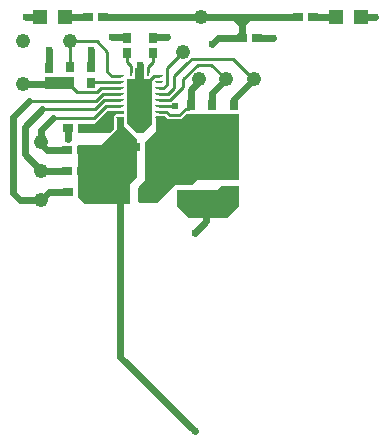
<source format=gtl>
G04*
G04 #@! TF.GenerationSoftware,Altium Limited,Altium Designer,24.8.2 (39)*
G04*
G04 Layer_Physical_Order=1*
G04 Layer_Color=255*
%FSLAX23Y23*%
%MOIN*%
G70*
G04*
G04 #@! TF.SameCoordinates,0D03BC48-351D-4F96-96CD-3B8D4E6E46E2*
G04*
G04*
G04 #@! TF.FilePolarity,Positive*
G04*
G01*
G75*
%ADD19R,0.028X0.035*%
G04:AMPARAMS|DCode=20|XSize=9mil|YSize=24mil|CornerRadius=2mil|HoleSize=0mil|Usage=FLASHONLY|Rotation=180.000|XOffset=0mil|YOffset=0mil|HoleType=Round|Shape=RoundedRectangle|*
%AMROUNDEDRECTD20*
21,1,0.009,0.020,0,0,180.0*
21,1,0.005,0.024,0,0,180.0*
1,1,0.004,-0.003,0.010*
1,1,0.004,0.003,0.010*
1,1,0.004,0.003,-0.010*
1,1,0.004,-0.003,-0.010*
%
%ADD20ROUNDEDRECTD20*%
G04:AMPARAMS|DCode=21|XSize=24mil|YSize=9mil|CornerRadius=2mil|HoleSize=0mil|Usage=FLASHONLY|Rotation=180.000|XOffset=0mil|YOffset=0mil|HoleType=Round|Shape=RoundedRectangle|*
%AMROUNDEDRECTD21*
21,1,0.024,0.005,0,0,180.0*
21,1,0.020,0.009,0,0,180.0*
1,1,0.004,-0.010,0.003*
1,1,0.004,0.010,0.003*
1,1,0.004,0.010,-0.003*
1,1,0.004,-0.010,-0.003*
%
%ADD21ROUNDEDRECTD21*%
%ADD22R,0.035X0.028*%
%ADD23R,0.040X0.030*%
%ADD24R,0.050X0.060*%
%ADD25R,0.030X0.040*%
%ADD26R,0.060X0.050*%
%ADD27R,0.047X0.047*%
G04:AMPARAMS|DCode=40|XSize=81mil|YSize=120mil|CornerRadius=2mil|HoleSize=0mil|Usage=FLASHONLY|Rotation=180.000|XOffset=0mil|YOffset=0mil|HoleType=Round|Shape=RoundedRectangle|*
%AMROUNDEDRECTD40*
21,1,0.081,0.116,0,0,180.0*
21,1,0.077,0.120,0,0,180.0*
1,1,0.004,-0.038,0.058*
1,1,0.004,0.038,0.058*
1,1,0.004,0.038,-0.058*
1,1,0.004,-0.038,-0.058*
%
%ADD40ROUNDEDRECTD40*%
%ADD41C,0.049*%
%ADD42C,0.024*%
%ADD43C,0.010*%
%ADD44C,0.024*%
G36*
X1880Y3061D02*
X1860Y3041D01*
Y2992D01*
X1831D01*
Y3012D01*
X1841Y3022D01*
Y3041D01*
X1821Y3061D01*
Y3081D01*
X1880D01*
Y3061D01*
D02*
G37*
G36*
X1523Y2902D02*
X1523Y2902D01*
X1523Y2902D01*
X1523Y2902D01*
X1523Y2902D01*
X1523Y2902D01*
X1523Y2902D01*
X1523Y2902D01*
X1523Y2901D01*
X1523Y2901D01*
X1524Y2901D01*
X1524Y2901D01*
X1524Y2901D01*
X1524Y2901D01*
X1524Y2901D01*
X1524Y2901D01*
X1524Y2901D01*
X1524Y2901D01*
X1524Y2901D01*
X1524Y2901D01*
X1524Y2901D01*
X1524Y2901D01*
X1524Y2900D01*
X1524Y2900D01*
X1524Y2900D01*
X1524Y2900D01*
X1524Y2900D01*
X1524Y2900D01*
X1524Y2900D01*
X1524Y2900D01*
X1524Y2865D01*
X1548D01*
X1548Y2865D01*
X1548Y2865D01*
X1548Y2865D01*
X1548Y2865D01*
X1549Y2865D01*
X1549Y2865D01*
X1549Y2865D01*
X1549Y2865D01*
X1549Y2865D01*
X1549Y2865D01*
X1549Y2865D01*
X1549Y2865D01*
X1549Y2865D01*
X1549Y2865D01*
X1549Y2865D01*
X1549Y2865D01*
X1550Y2865D01*
X1550Y2864D01*
X1550Y2864D01*
X1550Y2864D01*
X1550Y2864D01*
X1550Y2864D01*
X1550Y2864D01*
X1550Y2864D01*
X1550Y2864D01*
X1550Y2864D01*
X1550Y2864D01*
X1550Y2864D01*
X1550Y2863D01*
X1550Y2863D01*
Y2780D01*
Y2715D01*
X1520Y2685D01*
X1500D01*
X1469Y2716D01*
Y2747D01*
Y2863D01*
X1469Y2863D01*
X1469Y2864D01*
X1469Y2864D01*
X1469Y2864D01*
X1469Y2864D01*
X1469Y2864D01*
X1469Y2864D01*
X1469Y2864D01*
X1470Y2864D01*
X1470Y2864D01*
X1470Y2864D01*
X1470Y2864D01*
X1470Y2865D01*
X1470Y2865D01*
X1470Y2865D01*
X1470Y2865D01*
X1470Y2865D01*
X1470Y2865D01*
X1470Y2865D01*
X1470Y2865D01*
X1470Y2865D01*
X1470Y2865D01*
X1471Y2865D01*
X1471Y2865D01*
X1471Y2865D01*
X1471Y2865D01*
X1471Y2865D01*
X1471Y2865D01*
X1471Y2865D01*
X1471Y2865D01*
X1495D01*
Y2900D01*
X1495Y2900D01*
X1495Y2900D01*
X1495Y2900D01*
X1495Y2900D01*
X1495Y2900D01*
X1495Y2900D01*
X1495Y2900D01*
X1495Y2901D01*
X1495Y2901D01*
X1495Y2901D01*
X1495Y2901D01*
X1495Y2901D01*
X1495Y2901D01*
X1495Y2901D01*
X1495Y2901D01*
X1496Y2901D01*
X1496Y2901D01*
X1496Y2901D01*
X1496Y2901D01*
X1496Y2901D01*
X1496Y2901D01*
X1496Y2902D01*
X1496Y2902D01*
X1496Y2902D01*
X1496Y2902D01*
X1496Y2902D01*
X1497Y2902D01*
X1497Y2902D01*
X1497Y2902D01*
X1497Y2902D01*
X1501D01*
X1501Y2902D01*
X1501Y2902D01*
X1501Y2902D01*
X1501Y2902D01*
X1501Y2902D01*
X1501Y2902D01*
X1501Y2902D01*
X1502Y2902D01*
X1502Y2901D01*
X1502Y2901D01*
X1502Y2901D01*
X1502Y2901D01*
X1502Y2901D01*
X1502Y2901D01*
X1502Y2901D01*
X1502Y2901D01*
X1502Y2901D01*
X1502Y2901D01*
X1502Y2901D01*
X1502Y2901D01*
X1503Y2901D01*
X1503Y2901D01*
X1503Y2900D01*
X1503Y2900D01*
X1503Y2900D01*
X1503Y2900D01*
X1503Y2900D01*
X1503Y2900D01*
X1503Y2900D01*
X1503Y2900D01*
X1503Y2881D01*
X1517D01*
X1517Y2900D01*
X1517Y2900D01*
X1517Y2900D01*
X1517Y2900D01*
X1517Y2900D01*
X1517Y2900D01*
X1517Y2900D01*
X1517Y2900D01*
X1517Y2901D01*
X1517Y2901D01*
X1517Y2901D01*
X1517Y2901D01*
X1517Y2901D01*
X1517Y2901D01*
X1517Y2901D01*
X1517Y2901D01*
X1517Y2901D01*
X1517Y2901D01*
X1517Y2901D01*
X1517Y2901D01*
X1518Y2901D01*
X1518Y2901D01*
X1518Y2902D01*
X1518Y2902D01*
X1518Y2902D01*
X1518Y2902D01*
X1518Y2902D01*
X1518Y2902D01*
X1518Y2902D01*
X1518Y2902D01*
X1519Y2902D01*
X1522D01*
X1523Y2902D01*
D02*
G37*
G36*
X1291Y2831D02*
X1193D01*
Y2871D01*
X1291D01*
Y2831D01*
D02*
G37*
G36*
X1841Y2608D02*
Y2530D01*
X1703D01*
X1685Y2512D01*
X1630D01*
X1569Y2451D01*
X1506D01*
X1506Y2506D01*
X1528Y2528D01*
Y2608D01*
Y2657D01*
X1563Y2693D01*
Y2741D01*
X1565Y2743D01*
X1574D01*
X1575Y2743D01*
X1593D01*
X1601Y2735D01*
X1605Y2732D01*
X1610Y2731D01*
X1642D01*
X1647Y2732D01*
X1651Y2735D01*
X1664Y2748D01*
X1841D01*
Y2608D01*
D02*
G37*
G36*
X1457Y2751D02*
X1455Y2749D01*
X1435D01*
X1431Y2748D01*
X1428Y2746D01*
X1428Y2746D01*
X1427Y2746D01*
X1426Y2743D01*
X1425Y2743D01*
X1425Y2743D01*
X1425Y2739D01*
Y2734D01*
X1425Y2732D01*
Y2700D01*
X1410Y2685D01*
X1303D01*
Y2717D01*
X1358D01*
X1402Y2760D01*
X1457D01*
Y2751D01*
D02*
G37*
G36*
Y2709D02*
X1500Y2665D01*
Y2539D01*
X1476Y2516D01*
Y2449D01*
X1327D01*
X1303Y2472D01*
Y2646D01*
X1382D01*
X1433Y2697D01*
Y2740D01*
X1457D01*
Y2709D01*
D02*
G37*
G36*
X1841Y2441D02*
X1801Y2402D01*
X1673D01*
X1634Y2441D01*
Y2496D01*
X1768D01*
X1781Y2510D01*
X1841D01*
Y2441D01*
D02*
G37*
D19*
X1555Y2951D02*
D03*
Y3002D02*
D03*
X1467Y2951D02*
D03*
Y3002D02*
D03*
X1752Y2780D02*
D03*
Y2728D02*
D03*
X1823Y2780D02*
D03*
Y2728D02*
D03*
X1654Y2531D02*
D03*
Y2480D02*
D03*
X1681Y2778D02*
D03*
Y2727D02*
D03*
X1348Y2852D02*
D03*
Y2904D02*
D03*
X1277Y2852D02*
D03*
Y2904D02*
D03*
X1206Y2901D02*
D03*
Y2849D02*
D03*
D20*
X1539Y2721D02*
D03*
X1480D02*
D03*
X1539Y2890D02*
D03*
X1480D02*
D03*
D21*
X1575Y2795D02*
D03*
Y2815D02*
D03*
X1575Y2835D02*
D03*
Y2854D02*
D03*
Y2874D02*
D03*
Y2776D02*
D03*
Y2756D02*
D03*
Y2736D02*
D03*
X1445Y2795D02*
D03*
Y2815D02*
D03*
X1445Y2835D02*
D03*
Y2854D02*
D03*
Y2874D02*
D03*
Y2776D02*
D03*
Y2756D02*
D03*
Y2736D02*
D03*
D22*
X1850Y3002D02*
D03*
X1902D02*
D03*
X1268Y2559D02*
D03*
X1319D02*
D03*
X1268Y2630D02*
D03*
X1319D02*
D03*
X1270Y2488D02*
D03*
X1321D02*
D03*
X1270Y2701D02*
D03*
X1321D02*
D03*
X1337Y3072D02*
D03*
X1388D02*
D03*
X2087Y3071D02*
D03*
X2036D02*
D03*
X1546Y2638D02*
D03*
X1495D02*
D03*
D23*
X1732Y2480D02*
D03*
Y2544D02*
D03*
D24*
X1811Y2480D02*
D03*
Y2570D02*
D03*
D25*
X1486Y2559D02*
D03*
X1550D02*
D03*
D26*
X1445Y2480D02*
D03*
X1535D02*
D03*
D27*
X1179Y3071D02*
D03*
X1262D02*
D03*
X2246D02*
D03*
X2163D02*
D03*
D40*
X1510Y2805D02*
D03*
D41*
X1707Y2864D02*
D03*
X1890D02*
D03*
X1798D02*
D03*
X1122Y2849D02*
D03*
X1713Y3071D02*
D03*
X1722Y2628D02*
D03*
X1409Y2567D02*
D03*
X1654Y2956D02*
D03*
X1181Y2657D02*
D03*
Y2461D02*
D03*
X1181Y2559D02*
D03*
X1277Y2991D02*
D03*
X1122Y2992D02*
D03*
D42*
X1270Y2667D02*
Y2701D01*
X1445Y1940D02*
X1693Y1693D01*
X1417Y3004D02*
X1465D01*
X1467Y3002D01*
X1557Y3004D02*
X1602D01*
X1555Y3002D02*
X1557Y3004D01*
X1510Y2805D02*
Y2913D01*
X1902Y3002D02*
X1955D01*
X1445Y1940D02*
Y2480D01*
X1732Y2392D02*
Y2480D01*
X1693Y2352D02*
X1732Y2392D01*
X1132Y3071D02*
X1179D01*
X2246D02*
X2293D01*
X1752Y2982D02*
X1772Y3002D01*
X1850D01*
X1823Y2780D02*
X1825Y2781D01*
Y2799D01*
X1885Y2859D01*
X1681Y2778D02*
Y2830D01*
X1702Y2851D01*
Y2859D01*
X1707Y2864D01*
X1752Y2780D02*
Y2818D01*
X1798Y2864D01*
X1087Y2486D02*
X1112Y2461D01*
X1087Y2486D02*
Y2740D01*
X1140Y2793D01*
X1126Y2614D02*
Y2705D01*
X1185Y2764D01*
X1182Y2658D02*
Y2697D01*
X1221Y2736D01*
X1336Y3071D02*
X1337Y3072D01*
X1262Y3071D02*
X1336D01*
X1262Y3071D02*
X1262Y3071D01*
X1389Y3071D02*
X1713D01*
X1388Y3072D02*
X1389Y3071D01*
X1713D02*
X1850D01*
X2036D01*
X1850Y3002D02*
Y3071D01*
X2087D02*
X2163D01*
X1126Y2614D02*
X1181Y2559D01*
X1112Y2461D02*
X1181D01*
Y2650D02*
Y2657D01*
Y2650D02*
X1201Y2630D01*
X1268D01*
X1209Y2488D02*
X1270D01*
X1181Y2461D02*
X1209Y2488D01*
X1181Y2559D02*
X1268D01*
X1122Y2849D02*
X1206D01*
X1122Y2849D02*
X1122Y2849D01*
X1206D02*
X1206Y2849D01*
X1348Y2901D02*
Y2961D01*
X1206Y2901D02*
Y2961D01*
X1206Y2901D02*
X1206Y2901D01*
D43*
X1467Y2923D02*
X1480Y2910D01*
Y2890D02*
Y2910D01*
X1467Y2923D02*
Y2951D01*
X1555Y2923D02*
Y2951D01*
X1539Y2890D02*
Y2907D01*
X1555Y2923D01*
X1535Y2844D02*
Y2851D01*
X1574Y2874D02*
X1575Y2874D01*
X1559Y2874D02*
X1574D01*
X1535Y2851D02*
X1559Y2874D01*
X1703Y2913D02*
X1749D01*
X1798Y2864D01*
X1654Y2864D02*
X1703Y2913D01*
X1624Y2874D02*
X1668Y2918D01*
X1669D02*
X1684Y2933D01*
X1821D02*
X1885Y2869D01*
X1684Y2933D02*
X1821D01*
X1668Y2918D02*
X1669D01*
X1611Y2795D02*
X1654Y2838D01*
Y2864D01*
X1624Y2835D02*
Y2874D01*
X1604Y2815D02*
X1624Y2835D01*
X1600Y2845D02*
Y2902D01*
X1589Y2835D02*
X1600Y2845D01*
Y2902D02*
X1654Y2956D01*
X1885Y2859D02*
Y2869D01*
X1575Y2835D02*
X1589D01*
X1575Y2795D02*
X1611D01*
X1575Y2815D02*
X1604D01*
X1575Y2775D02*
X1575Y2776D01*
X1626D01*
X1626Y2776D01*
X1575Y2835D02*
X1575Y2835D01*
X1185Y2764D02*
X1360D01*
X1391Y2795D01*
X1358Y2736D02*
X1397Y2775D01*
X1221Y2736D02*
X1358D01*
X1391Y2795D02*
X1445D01*
X1397Y2775D02*
X1445D01*
X1368Y2822D02*
X1380Y2835D01*
X1301Y2822D02*
X1368D01*
X1140Y2793D02*
X1364D01*
X1386Y2815D01*
X1445D01*
X1380Y2835D02*
X1445D01*
X1260Y2854D02*
X1268D01*
X1301Y2822D01*
X1181Y2657D02*
X1182Y2658D01*
X1445Y2756D02*
X1445Y2756D01*
X1445Y2854D02*
X1445Y2854D01*
X1445Y2854D02*
X1445D01*
X1350D02*
X1445D01*
X1348Y2852D02*
X1350Y2854D01*
X1368Y2991D02*
X1402Y2957D01*
Y2888D02*
Y2957D01*
Y2888D02*
X1416Y2874D01*
X1445D01*
X1445Y2874D01*
X1445Y2795D02*
X1445Y2795D01*
X1277Y2904D02*
Y2983D01*
X1277Y2991D02*
X1368D01*
X1206Y2849D02*
X1209Y2852D01*
X1672Y2765D02*
X1681Y2774D01*
X1642Y2744D02*
X1663Y2765D01*
X1672D01*
X1610Y2744D02*
X1642D01*
X1681Y2774D02*
Y2778D01*
X1599Y2756D02*
X1610Y2744D01*
X1575Y2756D02*
X1599D01*
D44*
X1270Y2667D02*
D03*
X1693Y1693D02*
D03*
X1602Y3004D02*
D03*
X1417D02*
D03*
X1510Y2913D02*
D03*
X1955Y3002D02*
D03*
X1510Y2697D02*
D03*
X1486Y2766D02*
D03*
X1535D02*
D03*
Y2844D02*
D03*
X1486D02*
D03*
X1510Y2805D02*
D03*
X1693Y2352D02*
D03*
X2293Y3071D02*
D03*
X1132D02*
D03*
X1752Y2982D02*
D03*
X1626Y2776D02*
D03*
X1122Y2992D02*
D03*
X1348Y2961D02*
D03*
X1206D02*
D03*
M02*

</source>
